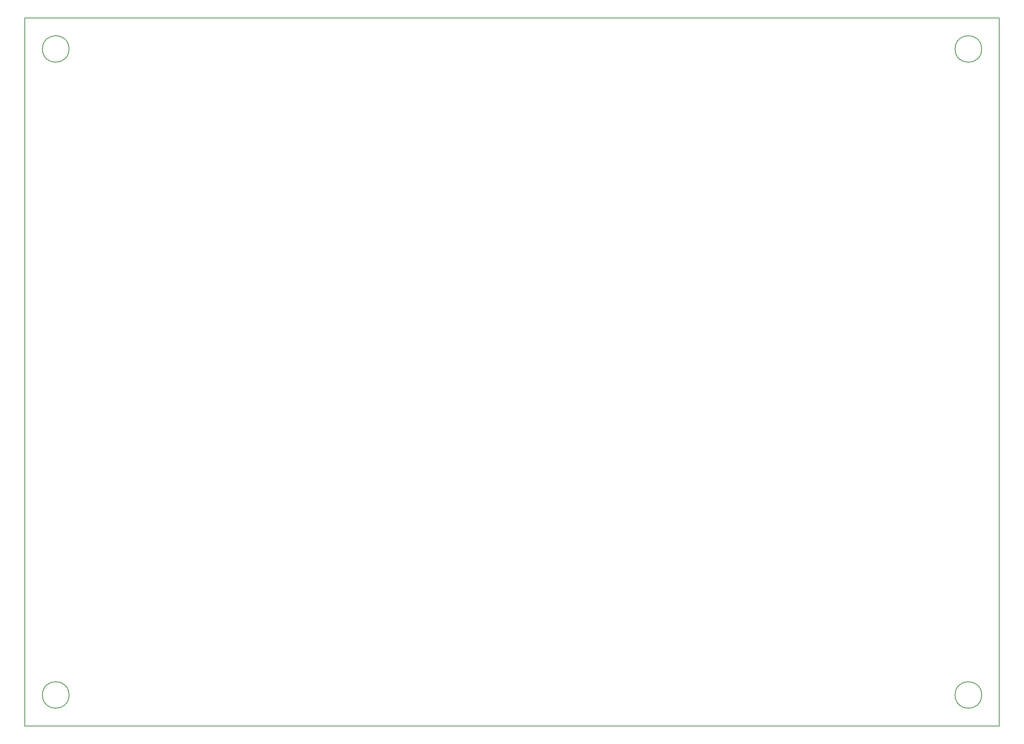
<source format=gbr>
%TF.GenerationSoftware,KiCad,Pcbnew,7.0.5*%
%TF.CreationDate,2024-03-16T22:55:45+00:00*%
%TF.ProjectId,PCB,5043422e-6b69-4636-9164-5f7063625858,rev?*%
%TF.SameCoordinates,Original*%
%TF.FileFunction,Profile,NP*%
%FSLAX46Y46*%
G04 Gerber Fmt 4.6, Leading zero omitted, Abs format (unit mm)*
G04 Created by KiCad (PCBNEW 7.0.5) date 2024-03-16 22:55:45*
%MOMM*%
%LPD*%
G01*
G04 APERTURE LIST*
%TA.AperFunction,Profile*%
%ADD10C,0.150000*%
%TD*%
G04 APERTURE END LIST*
D10*
X326000000Y-77000000D02*
G75*
G03*
X326000000Y-77000000I-3000000J0D01*
G01*
X326000000Y-223000000D02*
G75*
G03*
X326000000Y-223000000I-3000000J0D01*
G01*
X120000000Y-77000000D02*
G75*
G03*
X120000000Y-77000000I-3000000J0D01*
G01*
X120000000Y-223000000D02*
G75*
G03*
X120000000Y-223000000I-3000000J0D01*
G01*
X110000000Y-230000000D02*
X110000000Y-70000000D01*
X330000000Y-230000000D02*
X110000000Y-230000000D01*
X110000000Y-70000000D02*
X330000000Y-70000000D01*
X330000000Y-70000000D02*
X330000000Y-230000000D01*
M02*

</source>
